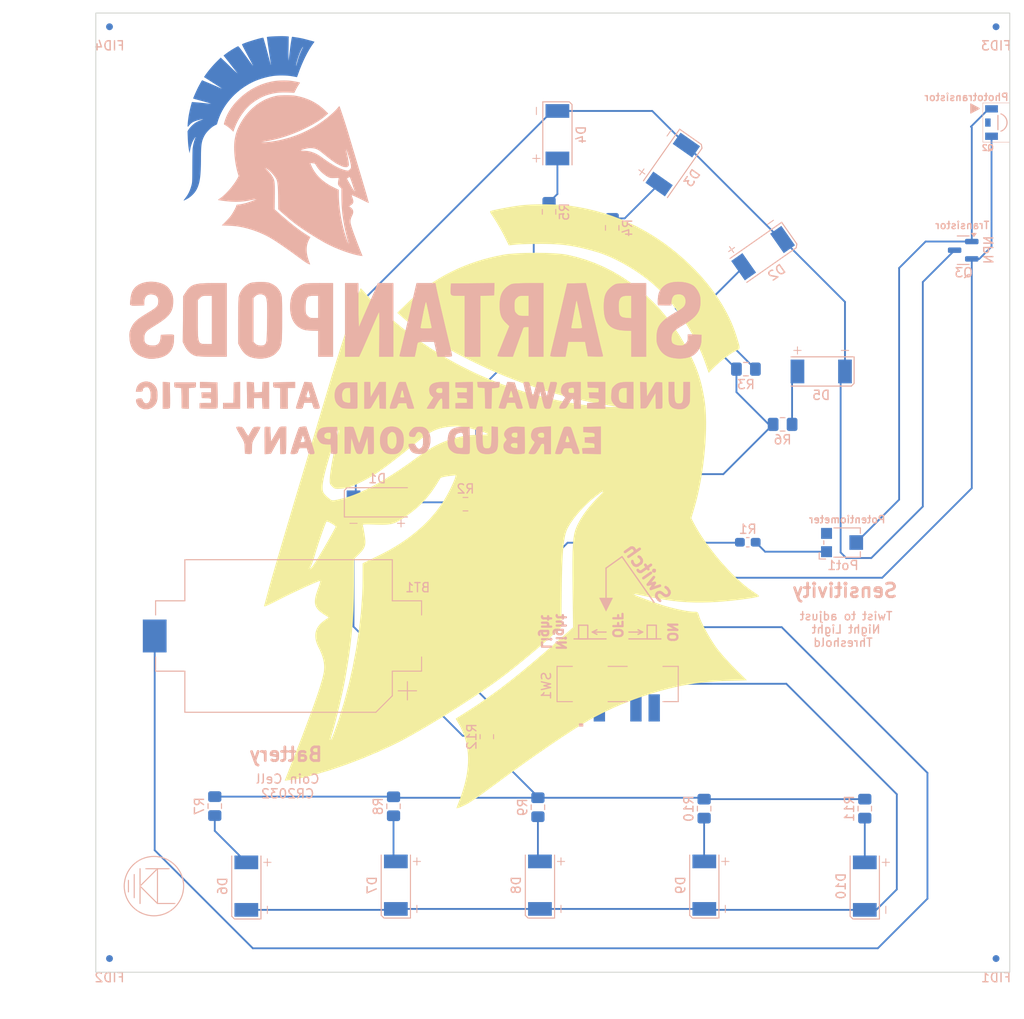
<source format=kicad_pcb>
(kicad_pcb (version 20241229) (generator "pcbnew") (generator_version "9.0")
  (layers (0 "F.Cu" signal) (2 "B.Cu" signal) (13 "F.Paste" user) (15 "B.Paste" user) (5 "F.SilkS" user "F.Silkscreen") (7 "B.SilkS" user "B.Silkscreen") (1 "F.Mask" user) (3 "B.Mask" user) (25 "Edge.Cuts" user))
  (net 0 "")
  (net 1 "Net-(D1-A)")
  (net 2 "Net-(D1-K)")
  (net 4 "Net-(Pot1-Pad1)")
  (net 5 "+3.3V")
  (net 6 "GNDREF")
  (net 7 "Net-(D2-A)")
  (net 8 "Net-(D3-A)")
  (net 9 "Net-(D4-A)")
  (net 10 "Net-(Q2-1)")
  (net 11 "Net-(Q2-2)")
  (net 12 "Net-(D5-A)")
  (net 17 "Net-(D6-A)")
  (net 18 "Net-(D7-A)")
  (net 19 "Net-(D8-A)")
  (net 20 "Net-(D9-A)")
  (net 21 "Net-(D10-A)")
  (net 23 "Net-(R10-Pad1)")
  (footprint "Spartanpods:Combined_LED Text" (layer "F.Cu") (at 99.453609 137.849936)
    (property "Reference" "G2")
    (property "Value" "Logo_Open_Hardware_Small")
    (fp_rect (start 0 -105) (end 100 0) (stroke (width 0.1)) (fill no) (layer "Edge.Cuts"))
  )
  (footprint "Capacitor_SMD:C_0805_2012Metric_Pad1.18x1.45mm_HandSolder" (layer "B.Cu") (at 155.956 56.3665 90)
    (property "Reference" "R4" (at 0 1.68 270) (layer "B.SilkS") (effects (justify mirror)))
    (property "Value" "56Ω")
    (pad "1" smd roundrect (at -1.0375 0 90) (size 1.175 1.45) (layers "B.Cu" "B.Mask" "B.Paste") (roundrect_rratio 0.212766) (net 5 "+3.3V"))
    (pad "2" smd roundrect (at 1.0375 0 90) (size 1.175 1.45) (layers "B.Cu" "B.Mask" "B.Paste") (roundrect_rratio 0.212766) (net 8 "Net-(D3-A)"))
  )
  (footprint "Capacitor_SMD:C_0805_2012Metric_Pad1.18x1.45mm_HandSolder" (layer "B.Cu") (at 139.9032 86.614 180)
    (property "Reference" "R2" (at 0 1.68 0) (layer "B.SilkS") (effects (justify mirror)))
    (property "Value" "56Ω")
    (pad "1" smd roundrect (at -1.0375 0 180) (size 1.175 1.45) (layers "B.Cu" "B.Mask" "B.Paste") (roundrect_rratio 0.212766) (net 5 "+3.3V"))
    (pad "2" smd roundrect (at 1.0375 0 180) (size 1.175 1.45) (layers "B.Cu" "B.Mask" "B.Paste") (roundrect_rratio 0.212766) (net 1 "Net-(D1-A)"))
  )
  (footprint "Fiducial:Fiducial_0.75mm_Mask2.25mm" (layer "B.Cu") (at 197.953609 34.349936)
    (property "Reference" "FID3" (at 0 2.08 180) (layer "B.SilkS") (effects (justify mirror)))
    (property "Value" "Fiducial")
    (pad "" smd circle (at 0 0) (size 0.75 0.75) (layers "B.Cu" "B.Mask") (clearance 0.85))
  )
  (footprint "Potentiometer_SMD:Potentiometer_Bourns_TC33X_Vertical" (layer "B.Cu") (at 181.2068 90.8132)
    (property "Reference" "Pot1" (at 0 2.5 180) (layer "B.SilkS") (effects (justify mirror)))
    (property "Value" "50KΩ")
    (pad "1" smd rect (at -1.8 1) (size 1.2 1.2) (layers "B.Cu" "B.Mask" "B.Paste") (net 4 "Net-(Pot1-Pad1)"))
    (pad "2" smd rect (at 1.45 0) (size 1.5 1.6) (layers "B.Cu" "B.Mask" "B.Paste") (net 10 "Net-(Q2-1)"))
    (pad "3" smd rect (at -1.8 -1) (size 1.2 1.2) (layers "B.Cu" "B.Mask" "B.Paste"))
  )
  (footprint "Spartanpods_FootprintLibrary:Untitled" (layer "B.Cu") (at 169.7736 85.09 180)
    (property "Reference" "REF**" (hide yes))
    (property "Value" "Untitled" (hide yes))
  )
  (footprint "!MyFootprints:DP3T - JS203011SCQN" (layer "B.Cu") (at 152.5524 103.6828 -90)
    (property "Reference" "SW1" (at 2.8 3.8 90) (layer "B.SilkS") (effects (justify mirror)))
    (property "Value" "SW_DP3T" (hide yes))
    (pad "1" smd rect (at 0 0 270) (size 2.9718 1.2446) (layers "B.Cu" "B.Mask" "B.Paste") (net 11 "Net-(Q2-2)"))
    (pad "2" smd rect (at 0 -2.000001 270) (size 2.9718 1.2446) (layers "B.Cu" "B.Mask" "B.Paste") (net 2 "Net-(D1-K)"))
    (pad "3" smd rect (at 0 -6.000001 270) (size 2.9718 1.2446) (layers "B.Cu" "B.Mask" "B.Paste") (net 6 "GNDREF"))
    (pad "4" smd rect (at 0 -7.999999 270) (size 2.9718 1.2446) (layers "B.Cu" "B.Mask" "B.Paste"))
    (pad "5" smd rect (at 5.2324 0 270) (size 2.9718 1.2446) (layers "B.Cu" "B.Mask" "B.Paste"))
    (pad "6" smd rect (at 5.2324 -1.999999 270) (size 2.9718 1.2446) (layers "B.Cu" "B.Mask" "B.Paste"))
    (pad "7" smd rect (at 5.2324 -5.999998 270) (size 2.9718 1.2446) (layers "B.Cu" "B.Mask" "B.Paste"))
    (pad "8" smd rect (at 5.2324 -7.999999 270) (size 2.9718 1.2446) (layers "B.Cu" "B.Mask" "B.Paste"))
  )
  (footprint "Fiducial:Fiducial_0.75mm_Mask2.25mm" (layer "B.Cu") (at 100.953609 136.349936)
    (property "Reference" "FID2" (at 0 2.08 180) (layer "B.SilkS") (effects (justify mirror)))
    (property "Value" "Fiducial")
    (pad "" smd circle (at 0 0) (size 0.75 0.75) (layers "B.Cu" "B.Mask") (clearance 0.85))
  )
  (footprint "Capacitor_SMD:C_0805_2012Metric_Pad1.18x1.45mm_HandSolder" (layer "B.Cu") (at 132.0292 119.6848 -90)
    (property "Reference" "R8" (at 0 1.68 90) (layer "B.SilkS") (effects (justify mirror)))
    (property "Value" "56Ω")
    (pad "1" smd roundrect (at -1.0375 0 270) (size 1.175 1.45) (layers "B.Cu" "B.Mask" "B.Paste") (roundrect_rratio 0.212766) (net 23 "Net-(R10-Pad1)"))
    (pad "2" smd roundrect (at 1.0375 0 270) (size 1.175 1.45) (layers "B.Cu" "B.Mask" "B.Paste") (roundrect_rratio 0.212766) (net 18 "Net-(D7-A)"))
  )
  (footprint "!MyFootprints:PhotoTrans_PT12-21C_TR8 (Flipped)" (layer "B.Cu") (at 197.4596 43.6372 90)
    (property "Reference" "Q2" (at -3.9624 -0.4064 0) (layer "B.SilkS") (effects (font (size 0.64 0.64)) (justify mirror)))
    (property "Value" "Phototransistor")
    (pad "C" smd rect (at 0.3 0 90) (size 0.8 1.4) (layers "B.Cu" "B.Mask" "B.Paste") (net 10 "Net-(Q2-1)"))
    (pad "E" smd rect (at -2.7 0 90) (size 0.8 1.4) (layers "B.Cu" "B.Mask" "B.Paste") (net 11 "Net-(Q2-2)"))
    (pad "P1" smd rect (at -1.2 -0.4 90) (size 0.9 0.6) (layers "B.Cu" "B.Mask" "B.Paste"))
  )
  (footprint "Fiducial:Fiducial_0.75mm_Mask2.25mm" (layer "B.Cu") (at 197.953609 136.349936)
    (property "Reference" "FID1" (at 0 2.08 180) (layer "B.SilkS") (effects (justify mirror)))
    (property "Value" "Fiducial")
    (pad "" smd circle (at 0 0) (size 0.75 0.75) (layers "B.Cu" "B.Mask") (clearance 0.85))
  )
  (footprint "!MyFootprints:LED - MyPLCC2 (RoundMask_LED Side)" (layer "B.Cu") (at 183.5912 128.4224 90)
    (property "Reference" "D10" (at 0 -2.6 90) (layer "B.SilkS") (effects (justify mirror)))
    (property "Value" "YLW")
    (pad "1" smd rect (at -2.6 0 90) (size 1.5 2.6) (layers "B.Cu" "B.Mask" "B.Paste") (net 2 "Net-(D1-K)"))
    (pad "2" smd rect (at 2.6 0 90) (size 1.5 2.6) (layers "B.Cu" "B.Mask" "B.Paste") (net 21 "Net-(D10-A)"))
  )
  (footprint "Capacitor_SMD:C_0805_2012Metric_Pad1.18x1.45mm_HandSolder" (layer "B.Cu") (at 174.5996 77.8764)
    (property "Reference" "R6" (at 0 1.68 180) (layer "B.SilkS") (effects (justify mirror)))
    (property "Value" "56Ω")
    (pad "1" smd roundrect (at -1.0375 0) (size 1.175 1.45) (layers "B.Cu" "B.Mask" "B.Paste") (roundrect_rratio 0.212766) (net 5 "+3.3V"))
    (pad "2" smd roundrect (at 1.0375 0) (size 1.175 1.45) (layers "B.Cu" "B.Mask" "B.Paste") (roundrect_rratio 0.212766) (net 12 "Net-(D5-A)"))
  )
  (footprint "Spartanpods_FootprintLibrary:MiniLogo" (layer "B.Cu") (at 128.4732 63.754 180)
    (property "Reference" "REF**" (hide yes))
    (property "Value" "MiniLogo" (hide yes))
    (fp_poly (pts (xy 8.83205 28.37789) (xy 9.15382 28.371053) (xy 9.479775 28.358606) (xy 9.783799 28.341761) (xy 10.039781 28.321732) (xy 10.221606 28.299733) (xy 10.27655 28.288375) (xy 10.303162 28.276979) (xy 10.244502 27.835856) (xy 10.102455 26.860624) (xy 9.950853 25.85055) (xy 9.863526 25.304902) (xy 9.859695 25.285161) (xy 9.856777 25.267406) (xy 9.854791 25.251977) (xy 9.853756 25.239213) (xy 9.853602 25.233937) (xy 9.853693 25.229454) (xy 9.854032 25.225806) (xy 9.854621 25.223037) (xy 9.855462 25.221188) (xy 9.855979 25.220623) (xy 9.856559 25.220303) (xy 9.857204 25.220234) (xy 9.857913 25.220422) (xy 9.859528 25.221589) (xy 9.862338 25.22758) (xy 9.867312 25.241883) (xy 9.883262 25.293687) (xy 9.935765 25.477868) (xy 10.009238 25.746221) (xy 10.095886 26.070833) (xy 10.301966 26.841886) (xy 10.487847 27.520563) (xy 10.625788 28.007036) (xy 10.668112 28.147) (xy 10.68805 28.201478) (xy 10.700447 28.205949) (xy 10.724082 28.206442) (xy 10.802133 28.196392) (xy 10.916347 28.173125) (xy 11.060863 28.138435) (xy 11.417371 28.041971) (xy 11.824787 27.921365) (xy 12.236245 27.790984) (xy 12.604876 27.665191) (xy 12.883812 27.558353) (xy 12.974998 27.516531) (xy 13.026184 27.484834) (xy 13.027065 27.482509) (xy 13.026818 27.478157) (xy 13.023044 27.463579) (xy 13.015067 27.441521) (xy 13.003096 27.412403) (xy 12.967993 27.334667) (xy 12.919388 27.233735) (xy 12.858932 27.112971) (xy 12.788279 26.975738) (xy 12.709079 26.825398) (xy 12.622986 26.665315) (xy 12.260123 25.992267) (xy 11.997269 25.494115) (xy 11.849428 25.199812) (xy 11.823327 25.13815) (xy 11.823051 25.130275) (xy 11.831604 25.138307) (xy 11.911897 25.246325) (xy 12.090729 25.491247) (xy 12.638153 26.246309) (xy 13.025773 26.778444) (xy 13.161138 26.95949) (xy 13.264282 27.092275) (xy 13.340264 27.183113) (xy 13.36965 27.214775) (xy 13.394141 27.238318) (xy 13.414371 27.254532) (xy 13.430971 27.264206) (xy 13.444574 27.268129) (xy 13.455811 27.267091) (xy 13.505418 27.248362) (xy 13.568059 27.219847) (xy 13.642108 27.182564) (xy 13.725939 27.137527) (xy 13.916449 27.02826) (xy 14.126587 26.900175) (xy 14.343351 26.761399) (xy 14.55374 26.620061) (xy 14.74475 26.48429) (xy 14.828926 26.421032) (xy 14.903382 26.362214) (xy 15.043762 26.247835) (xy 14.718903 25.842958) (xy 14.570694 25.656838) (xy 14.407311 25.449384) (xy 14.248585 25.245907) (xy 14.11435 25.071718) (xy 13.867516 24.749406) (xy 13.666779 24.488893) (xy 13.498902 24.272432) (xy 13.831207 24.577791) (xy 13.973374 24.709917) (xy 14.114807 24.84395) (xy 14.239144 24.964226) (xy 14.330017 25.055086) (xy 14.372159 25.097829) (xy 14.428255 25.153541) (xy 14.572602 25.294462) (xy 14.743635 25.459043) (xy 14.921936 25.62848) (xy 15.347351 26.029939) (xy 15.766449 25.617464) (xy 15.95098 25.430217) (xy 16.138933 25.228912) (xy 16.326467 25.018176) (xy 16.509735 24.802633) (xy 16.684896 24.586908) (xy 16.848105 24.375626) (xy 16.995518 24.173414) (xy 17.123291 23.984895) (xy 17.180084 23.897188) (xy 16.554321 23.498506) (xy 16.009193 23.149497) (xy 15.597248 22.882142) (xy 15.336714 22.7084) (xy 15.268923 22.660371) (xy 15.245819 22.64023) (xy 15.246113 22.639714) (xy 15.246986 22.639472) (xy 15.248422 22.6395) (xy 15.250408 22.63979) (xy 15.25597 22.641134) (xy 15.263558 22.643457) (xy 15.273056 22.646711) (xy 15.284348 22.650849) (xy 15.311856 22.661584) (xy 15.345158 22.675281) (xy 15.383333 22.691556) (xy 15.425458 22.710029) (xy 15.470612 22.730318) (xy 15.956265 22.944357) (xy 16.594605 23.218801) (xy 17.151417 23.453814) (xy 17.326058 23.525336) (xy 17.392487 23.549562) (xy 17.422414 23.503605) (xy 17.465236 23.432283) (xy 17.518111 23.340695) (xy 17.578198 23.233938) (xy 17.642654 23.117111) (xy 17.70864 22.995315) (xy 17.773313 22.873646) (xy 17.833832 22.757203) (xy 17.911722 22.600149) (xy 17.999677 22.414537) (xy 18.179375 22.017648) (xy 18.257912 21.836375) (xy 18.320106 21.686551) (xy 18.359352 21.58318) (xy 18.368307 21.553601) (xy 18.369049 21.541261) (xy 18.351918 21.535624) (xy 18.306353 21.522296) (xy 18.142391 21.476083) (xy 17.902092 21.409648) (xy 17.610382 21.330018) (xy 17.063393 21.177912) (xy 16.668568 21.060644) (xy 16.539361 21.018565) (xy 16.461569 20.989386) (xy 16.443346 20.980071) (xy 16.439648 20.974503) (xy 16.451033 20.972859) (xy 16.478058 20.975313) (xy 16.808706 21.012338) (xy 17.320202 21.064378) (xy 17.840573 21.114427) (xy 18.197846 21.145479) (xy 18.502228 21.167665) (xy 18.553742 20.988313) (xy 18.599318 20.825076) (xy 18.643202 20.658604) (xy 18.685172 20.489874) (xy 18.725006 20.319868) (xy 18.762483 20.149562) (xy 18.797381 19.979936) (xy 18.829477 19.811968) (xy 18.858551 19.646638) (xy 18.889079 19.451544) (xy 18.915878 19.254597) (xy 18.938284 19.063478) (xy 18.955628 18.885869) (xy 18.967244 18.729451) (xy 18.972466 18.601903) (xy 18.970627 18.510907) (xy 18.966851 18.481516) (xy 18.96106 18.464143) (xy 18.959626 18.462252) (xy 18.957932 18.460775) (xy 18.955982 18.459708) (xy 18.953781 18.459047) (xy 18.951335 18.458788) (xy 18.948647 18.458928) (xy 18.945724 18.459461) (xy 18.94257 18.460384) (xy 18.93919 18.461693) (xy 18.935588 18.463384) (xy 18.931771 18.465452) (xy 18.927742 18.467893) (xy 18.923508 18.470704) (xy 18.919071 18.473881) (xy 18.914439 18.477418) (xy 18.909615 18.481313) (xy 18.899412 18.490158) (xy 18.888503 18.500382) (xy 18.876927 18.511953) (xy 18.864723 18.524838) (xy 18.851932 18.539005) (xy 18.838592 18.554421) (xy 18.824743 18.571053) (xy 18.810425 18.588869) (xy 18.774856 18.632818) (xy 18.73969 18.674084) (xy 18.704696 18.712838) (xy 18.669643 18.749249) (xy 18.634297 18.783486) (xy 18.598426 18.81572) (xy 18.5618 18.84612) (xy 18.524185 18.874856) (xy 18.485351 18.902098) (xy 18.445063 18.928016) (xy 18.403092 18.952779) (xy 18.359205 18.976557) (xy 18.313169 18.99952) (xy 18.264752 19.021838) (xy 18.213724 19.043681) (xy 18.159851 19.065217) (xy 18.053039 19.102813) (xy 17.923705 19.142641) (xy 17.782747 19.182035) (xy 17.641064 19.218328) (xy 17.509553 19.248855) (xy 17.399112 19.270949) (xy 17.355199 19.278001) (xy 17.32064 19.281945) (xy 17.296798 19.282448) (xy 17.289321 19.281305) (xy 17.285034 19.279176) (xy 17.284616 19.278451) (xy 17.284666 19.277589) (xy 17.285171 19.276594) (xy 17.286123 19.275471) (xy 17.287509 19.274224) (xy 17.289319 19.272857) (xy 17.294169 19.26978) (xy 17.300586 19.266276) (xy 17.308485 19.262377) (xy 17.317778 19.25812) (xy 17.328381 19.253538) (xy 17.340206 19.248664) (xy 17.353168 19.243535) (xy 17.36718 19.238183) (xy 17.382156 19.232643) (xy 17.398011 19.22695) (xy 17.414657 19.221137) (xy 17.449982 19.209291) (xy 17.564575 19.16961) (xy 17.675538 19.126703) (xy 17.78236 19.080826) (xy 17.884529 19.032236) (xy 17.981534 18.981188) (xy 18.02794 18.954822) (xy 18.072864 18.927938) (xy 18.11624 18.900568) (xy 18.158006 18.872743) (xy 18.198098 18.844496) (xy 18.23645 18.815858) (xy 18.282484 18.779386) (xy 18.329548 18.740091) (xy 18.377284 18.698359) (xy 18.425332 18.654575) (xy 18.473333 18.609124) (xy 18.520927 18.562391) (xy 18.567756 18.514761) (xy 18.613461 18.466619) (xy 18.657681 18.41835) (xy 18.700059 18.370339) (xy 18.740235 18.322971) (xy 18.777849 18.276631) (xy 18.812543 18.231705) (xy 18.843956 18.188576) (xy 18.871731 18.147631) (xy 18.895508 18.109254) (xy 18.983307 17.959352) (xy 18.960419 17.352632) (xy 18.950056 17.105531) (xy 18.93837 16.88349) (xy 18.924973 16.682389) (xy 18.909477 16.498105) (xy 18.891496 16.326517) (xy 18.87064 16.163504) (xy 18.846523 16.004942) (xy 18.818756 15.846712) (xy 18.762848 15.546968) (xy 18.734558 15.713502) (xy 18.692582 15.94441) (xy 18.648959 16.150455) (xy 18.6261 16.24545) (xy 18.602314 16.335783) (xy 18.577427 16.421974) (xy 18.55127 16.504541) (xy 18.523669 16.584001) (xy 18.494452 16.660873) (xy 18.463449 16.735675) (xy 18.430486 16.808925) (xy 18.395392 16.881142) (xy 18.357995 16.952843) (xy 18.318123 17.024547) (xy 18.275604 17.096773) (xy 18.214747 17.195667) (xy 18.189372 17.235357) (xy 18.167358 17.268548) (xy 18.148697 17.295244) (xy 18.133381 17.31545) (xy 18.121404 17.32917) (xy 18.116666 17.333599) (xy 18.112759 17.336408) (xy 18.109683 17.337598) (xy 18.107437 17.337168) (xy 18.106021 17.33512) (xy 18.105433 17.331455) (xy 18.105672 17.326172) (xy 18.106738 17.319272) (xy 18.111346 17.300625) (xy 18.119249 17.275517) (xy 18.130441 17.243952) (xy 18.144913 17.205935) (xy 18.162659 17.16147) (xy 18.185082 17.103643) (xy 18.207335 17.041104) (xy 18.250815 16.904177) (xy 18.292061 16.755258) (xy 18.330036 16.598916) (xy 18.363704 16.439723) (xy 18.392029 16.282246) (xy 18.413972 16.131057) (xy 18.422227 16.059248) (xy 18.428498 15.990724) (xy 18.433483 15.895053) (xy 18.438313 15.741412) (xy 18.447033 15.292089) (xy 18.45371 14.706495) (xy 18.457398 14.048372) (xy 18.461745 13.188016) (xy 18.471115 12.660707) (xy 18.478775 12.488985) (xy 18.489001 12.360974) (xy 18.502227 12.26349) (xy 18.518891 12.18335) (xy 18.548794 12.065233) (xy 18.579657 11.952026) (xy 18.611647 11.84336) (xy 18.644932 11.738868) (xy 18.679681 11.638181) (xy 18.716061 11.54093) (xy 18.754241 11.446747) (xy 18.794388 11.355263) (xy 18.836671 11.266111) (xy 18.881258 11.178921) (xy 18.928317 11.093325) (xy 18.978016 11.008954) (xy 19.030523 10.925441) (xy 19.086006 10.842417) (xy 19.144634 10.759513) (xy 19.206574 10.676361) (xy 19.253302 10.614518) (xy 19.295913 10.556899) (xy 19.333544 10.504761) (xy 19.365334 10.459359) (xy 19.39042 10.421947) (xy 19.407941 10.393781) (xy 19.413595 10.383558) (xy 19.417035 10.376117) (xy 19.418152 10.371615) (xy 19.417807 10.370515) (xy 19.41684 10.370209) (xy 19.41338 10.370801) (xy 19.408208 10.372204) (xy 19.393142 10.377273) (xy 19.372473 10.385071) (xy 19.347031 10.395253) (xy 19.317646 10.407472) (xy 19.28515 10.421386) (xy 19.250372 10.436647) (xy 19.214142 10.452912) (xy 19.213806 10.452668) (xy 19.123691 10.496095) (xy 19.033986 10.544231) (xy 18.945031 10.59677) (xy 18.857166 10.653405) (xy 18.770731 10.713827) (xy 18.686063 10.77773) (xy 18.603504 10.844807) (xy 18.523392 10.91475) (xy 18.446066 10.987252) (xy 18.371867 11.062006) (xy 18.301133 11.138705) (xy 18.234204 11.217041) (xy 18.171418 11.296708) (xy 18.113117 11.377398) (xy 18.059638 11.458804) (xy 18.011322 11.540619) (xy 17.943018 11.670741) (xy 17.880598 11.805949) (xy 17.823857 11.947667) (xy 17.77259 12.097319) (xy 17.726593 12.256331) (xy 17.68566 12.426126) (xy 17.649588 12.60813) (xy 17.618172 12.803765) (xy 17.591207 13.014458) (xy 17.568488 13.241632) (xy 17.549811 13.486711) (xy 17.53497 13.751121) (xy 17.523763 14.036285) (xy 17.515983 14.343628) (xy 17.511426 14.674575) (xy 17.509888 15.030549) (xy 17.506157 15.53463) (xy 17.493612 15.954904) (xy 17.48329 16.138142) (xy 17.469875 16.305865) (xy 17.453067 16.459884) (xy 17.432572 16.60201) (xy 17.40809 16.734056) (xy 17.379327 16.857833) (xy 17.345984 16.975154) (xy 17.307765 17.08783) (xy 17.264373 17.197672) (xy 17.215511 17.306494) (xy 17.160882 17.416106) (xy 17.100189 17.528322) (xy 17.058105 17.598831) (xy 17.009478 17.671913) (xy 16.954998 17.746888) (xy 16.895355 17.823078) (xy 16.83124 17.899801) (xy 16.76334 17.976379) (xy 16.692347 18.052133) (xy 16.61895 18.126382) (xy 16.543838 18.198448) (xy 16.467702 18.267651) (xy 16.39123 18.33331) (xy 16.315113 18.394748) (xy 16.240041 18.451284) (xy 16.166702 18.502239) (xy 16.095787 18.546933) (xy 16.027985 18.584688) (xy 15.761566 18.722169) (xy 15.697174 18.949495) (xy 15.591602 19.28367) (xy 15.465977 19.612943) (xy 15.320947 19.936558) (xy 15.157161 20.253762) (xy 14.975267 20.563802) (xy 14.775914 20.865925) (xy 14.55975 21.159376) (xy 14.327423 21.443403) (xy 14.079583 21.717251) (xy 13.816877 21.980167) (xy 13.539954 22.231397) (xy 13.249463 22.470188) (xy 12.946052 22.695787) (xy 12.630369 22.907439) (xy 12.303063 23.104391) (xy 11.964783 23.28589) (xy 11.835359 23.349443) (xy 11.703134 23.410796) (xy 11.568272 23.469897) (xy 11.430939 23.526694) (xy 11.291301 23.581136) (xy 11.149522 23.63317) (xy 10.860203 23.72981) (xy 10.564305 23.816201) (xy 10.263151 23.891928) (xy 9.958062 23.956578) (xy 9.65036 24.009736) (xy 9.539331 24.024899) (xy 9.419864 24.037803) (xy 9.160673 24.056885) (xy 8.882893 24.067085) (xy 8.59663 24.068506) (xy 8.311991 24.061249) (xy 8.039082 24.045416) (xy 7.788009 24.021111) (xy 7.673819 24.005813) (xy 7.568878 23.988435) (xy 7.083222 23.899049) (xy 7.035866 23.89068) (xy 7.002014 23.884553) (xy 6.994036 23.904977) (xy 6.983565 23.932453) (xy 6.968331 23.973169) (xy 6.948001 24.028421) (xy 6.922243 24.099508) (xy 6.890727 24.187726) (xy 6.853119 24.294374) (xy 6.681282 24.761443) (xy 6.49703 25.219248) (xy 6.302486 25.663499) (xy 6.099774 26.089906) (xy 5.891018 26.49418) (xy 5.678342 26.872033) (xy 5.46387 27.219173) (xy 5.459575 27.225609) (xy 6.338717 27.225609) (xy 6.338976 27.222699) (xy 6.340878 27.214252) (xy 6.344577 27.202425) (xy 6.350012 27.187367) (xy 6.357125 27.169225) (xy 6.365854 27.148149) (xy 6.376141 27.124285) (xy 6.387925 27.097783) (xy 6.401148 27.06879) (xy 6.431668 27.003926) (xy 6.467224 26.930879) (xy 6.543383 26.770078) (xy 6.617775 26.599794) (xy 6.69002 26.421081) (xy 6.759739 26.234994) (xy 6.826553 26.042587) (xy 6.890082 25.844915) (xy 6.949947 25.643031) (xy 7.005768 25.43799) (xy 7.025126 25.365507) (xy 7.043611 25.300022) (xy 7.060788 25.242814) (xy 7.076222 25.195165) (xy 7.089476 25.158355) (xy 7.100117 25.133664) (xy 7.104322 25.126264) (xy 7.107709 25.122374) (xy 7.10908 25.121795) (xy 7.110226 25.122154) (xy 7.111817 25.125764) (xy 7.112486 25.133026) (xy 7.112265 25.143509) (xy 7.111193 25.157013) (xy 7.109308 25.173337) (xy 7.103251 25.213648) (xy 7.094403 25.262842) (xy 7.083069 25.319316) (xy 7.069558 25.381471) (xy 7.054176 25.447706) (xy 7.037232 25.51642) (xy 7.037232 25.516389) (xy 6.965738 25.778281) (xy 6.884941 26.039084) (xy 6.797444 26.292347) (xy 6.705849 26.531618) (xy 6.612757 26.750443) (xy 6.520771 26.942372) (xy 6.476006 27.026233) (xy 6.432493 27.100951) (xy 6.390558 27.165718) (xy 6.350525 27.219728) (xy 6.347327 27.22351) (xy 6.344645 27.226281) (xy 6.342471 27.228059) (xy 6.3408 27.228862) (xy 6.339622 27.228709) (xy 6.33893 27.227618) (xy 6.338717 27.225609) (xy 5.459575 27.225609) (xy 5.356624 27.379886) (xy 5.249726 27.531312) (xy 5.216586 27.577343) (xy 5.186074 27.620605) (xy 5.15883 27.660127) (xy 5.135494 27.69494) (xy 5.116706 27.724074) (xy 5.103105 27.746559) (xy 5.095332 27.761424) (xy 5.09383 27.765697) (xy 5.09371 27.76699) (xy 5.094025 27.767701) (xy 5.14485 27.785081) (xy 5.267446 27.820712) (xy 5.647694 27.925138) (xy 6.07425 28.037798) (xy 6.386597 28.11551) (xy 6.52411 28.144771) (xy 6.689255 28.176858) (xy 6.861266 28.207881) (xy 7.019379 28.233949) (xy 7.458801 28.302247) (xy 7.470445 28.303879) (xy 7.481311 28.304981) (xy 7.491424 28.305543) (xy 7.500806 28.305555) (xy 7.50948 28.305008) (xy 7.51747 28.303893) (xy 7.524798 28.302199) (xy 7.528221 28.301132) (xy 7.531487 28.299917) (xy 7.534599 28.298552) (xy 7.53756 28.297037) (xy 7.540373 28.29537) (xy 7.54304 28.29355) (xy 7.545565 28.291576) (xy 7.547951 28.289447) (xy 7.550199 28.28716) (xy 7.552314 28.284716) (xy 7.554298 28.282114) (xy 7.556154 28.27935) (xy 7.559492 28.273339) (xy 7.562353 28.266672) (xy 7.564759 28.25934) (xy 7.589754 28.149134) (xy 7.621721 27.973437) (xy 7.659029 27.743463) (xy 7.700047 27.470426) (xy 7.786687 26.840013) (xy 7.829047 26.505065) (xy 7.868592 26.171907) (xy 7.890086 25.990508) (xy 7.909237 25.840406) (xy 7.923965 25.737196) (xy 7.929021 25.708049) (xy 7.93219 25.696474) (xy 7.933212 25.702264) (xy 7.934027 25.721436) (xy 7.935053 25.79722) (xy 7.934815 26.079564) (xy 7.931761 26.500136) (xy 7.926178 27.015565) (xy 7.909485 28.344972) (xy 8.305512 28.369874) (xy 8.540576 28.377902)) (fill yes) (layer "B.Cu"))
  )
  (footprint "Capacitor_SMD:C_0805_2012Metric_Pad1.18x1.45mm_HandSolder" (layer "B.Cu") (at 147.828 119.7864 -90)
    (property "Reference" "R9" (at 0 1.68 90) (layer "B.SilkS") (effects (justify mirror)))
    (property "Value" "56Ω")
    (pad "1" smd roundrect (at -1.0375 0 270) (size 1.175 1.45) (layers "B.Cu" "B.Mask" "B.Paste") (roundrect_rratio 0.212766) (net 23 "Net-(R10-Pad1)"))
    (pad "2" smd roundrect (at 1.0375 0 270) (size 1.175 1.45) (layers "B.Cu" "B.Mask" "B.Paste") (roundrect_rratio 0.212766) (net 19 "Net-(D8-A)"))
  )
  (footprint "!MyFootprints:LED - MyPLCC2 (RoundMask_LED Side)" (layer "B.Cu") (at 115.9256 128.4224 90)
    (property "Reference" "D6" (at 0 -2.6 90) (layer "B.SilkS") (effects (justify mirror)))
    (property "Value" "YLW")
    (pad "1" smd rect (at -2.6 0 90) (size 1.5 2.6) (layers "B.Cu" "B.Mask" "B.Paste") (net 2 "Net-(D1-K)"))
    (pad "2" smd rect (at 2.6 0 90) (size 1.5 2.6) (layers "B.Cu" "B.Mask" "B.Paste") (net 17 "Net-(D6-A)"))
  )
  (footprint "Capacitor_SMD:C_0805_2012Metric_Pad1.18x1.45mm_HandSolder" (layer "B.Cu") (at 170.5864 71.8312)
    (property "Reference" "R3" (at 0 1.68 180) (layer "B.SilkS") (effects (justify mirror)))
    (property "Value" "56Ω")
    (pad "1" smd roundrect (at -1.0375 0) (size 1.175 1.45) (layers "B.Cu" "B.Mask" "B.Paste") (roundrect_rratio 0.212766) (net 5 "+3.3V"))
    (pad "2" smd roundrect (at 1.0375 0) (size 1.175 1.45) (layers "B.Cu" "B.Mask" "B.Paste") (roundrect_rratio 0.212766) (net 7 "Net-(D2-A)"))
  )
  (footprint "Capacitor_SMD:C_0805_2012Metric_Pad1.18x1.45mm_HandSolder" (layer "B.Cu") (at 112.4712 119.6633 -90)
    (property "Reference" "R7" (at 0 1.68 90) (layer "B.SilkS") (effects (justify mirror)))
    (property "Value" "56Ω")
    (pad "1" smd roundrect (at -1.0375 0 270) (size 1.175 1.45) (layers "B.Cu" "B.Mask" "B.Paste") (roundrect_rratio 0.212766) (net 23 "Net-(R10-Pad1)"))
    (pad "2" smd roundrect (at 1.0375 0 270) (size 1.175 1.45) (layers "B.Cu" "B.Mask" "B.Paste") (roundrect_rratio 0.212766) (net 17 "Net-(D6-A)"))
  )
  (footprint "!MyFootprints:CR2032-Holder" (layer "B.Cu") (at 120.5484 101.0412 180)
    (property "Reference" "BT1" (at -14.125 5.3 0) (layer "B.SilkS") (effects (justify mirror)))
    (property "Value" "CR2032")
    (pad "1" smd rect (at -14.65 0) (size 2.6 3.6) (layers "B.Cu" "B.Mask" "B.Paste") (net 5 "+3.3V"))
    (pad "2" smd rect (at 14.65 0) (size 2.6 3.6) (layers "B.Cu" "B.Mask" "B.Paste") (net 6 "GNDREF"))
  )
  (footprint "Capacitor_SMD:C_0805_2012Metric_Pad1.18x1.45mm_HandSolder" (layer "B.Cu") (at 149.0472 54.61 90)
    (property "Reference" "R5" (at 0 1.68 270) (layer "B.SilkS") (effects (justify mirror)))
    (property "Value" "56Ω")
    (pad "1" smd roundrect (at -1.0375 0 90) (size 1.175 1.45) (layers "B.Cu" "B.Mask" "B.Paste") (roundrect_rratio 0.212766) (net 5 "+3.3V"))
    (pad "2" smd roundrect (at 1.0375 0 90) (size 1.175 1.45) (layers "B.Cu" "B.Mask" "B.Paste") (roundrect_rratio 0.212766) (net 9 "Net-(D4-A)"))
  )
  (footprint "!MyFootprints:LED - MyPLCC2 (RoundMask_LED Side)" (layer "B.Cu") (at 172.466 59.1312 -145)
    (property "Reference" "D2" (at 0 -2.6 35) (layer "B.SilkS") (effects (justify mirror)))
    (property "Value" "RED")
    (pad "1" smd rect (at -2.6 0 215) (size 1.5 2.6) (layers "B.Cu" "B.Mask" "B.Paste") (net 2 "Net-(D1-K)"))
    (pad "2" smd rect (at 2.6 0 215) (size 1.5 2.6) (layers "B.Cu" "B.Mask" "B.Paste") (net 7 "Net-(D2-A)"))
  )
  (footprint "!MyFootprints:LED - MyPLCC2 (RoundMask_LED Side)" (layer "B.Cu") (at 178.8252 72.0852 180)
    (property "Reference" "D5" (at 0 -2.6 0) (layer "B.SilkS") (effects (justify mirror)))
    (property "Value" "RED")
    (pad "1" smd rect (at -2.6 0 180) (size 1.5 2.6) (layers "B.Cu" "B.Mask" "B.Paste") (net 2 "Net-(D1-K)"))
    (pad "2" smd rect (at 2.6 0 180) (size 1.5 2.6) (layers "B.Cu" "B.Mask" "B.Paste") (net 12 "Net-(D5-A)"))
  )
  (footprint "Package_TO_SOT_SMD:SOT-23" (layer "B.Cu") (at 194.3608 58.8123 180)
    (property "Reference" "Q3" (at -0.0508 -2.4525 0) (layer "B.SilkS") (effects (justify mirror)))
    (property "Value" "BC847")
    (pad "1" smd roundrect (at -0.9375 0.95 180) (size 1.475 0.6) (layers "B.Cu" "B.Mask" "B.Paste") (net 10 "Net-(Q2-1)"))
    (pad "2" smd roundrect (at -0.9375 -0.95 180) (size 1.475 0.6) (layers "B.Cu" "B.Mask" "B.Paste") (net 11 "Net-(Q2-2)"))
    (pad "3" smd roundrect (at 0.9375 0 180) (size 1.475 0.6) (layers "B.Cu" "B.Mask" "B.Paste") (net 2 "Net-(D1-K)"))
  )
  (footprint "!MyFootprints:LED - MyPLCC2 (RoundMask_LED Side)" (layer "B.Cu") (at 162.578099 49.432204 -125)
    (property "Reference" "D3" (at 0 -2.6 55) (layer "B.SilkS") (effects (justify mirror)))
    (property "Value" "RED")
    (pad "1" smd rect (at -2.6 0 235) (size 1.5 2.6) (layers "B.Cu" "B.Mask" "B.Paste") (net 2 "Net-(D1-K)"))
    (pad "2" smd rect (at 2.6 0 235) (size 1.5 2.6) (layers "B.Cu" "B.Mask" "B.Paste") (net 8 "Net-(D3-A)"))
  )
  (footprint "Resistor_SMD:R_0805_2012Metric_Pad1.20x1.40mm_HandSolder" (layer "B.Cu") (at 142.24 112.0648 -90)
    (property "Reference" "R12" (at 0 1.65 90) (layer "B.SilkS") (effects (justify mirror)))
    (property "Value" "0 Ohm jumper")
    (pad "1" smd roundrect (at -1 0 270) (size 1.2 1.4) (layers "B.Cu" "B.Mask" "B.Paste") (roundrect_rratio 0.208333) (net 5 "+3.3V"))
    (pad "2" smd roundrect (at 1 0 270) (size 1.2 1.4) (layers "B.Cu" "B.Mask" "B.Paste") (roundrect_rratio 0.208333) (net 23 "Net-(R10-Pad1)"))
  )
  (footprint "!MyFootprints:LED - MyPLCC2 (RoundMask_LED Side)" (layer "B.Cu") (at 149.9616 46.168 -90)
    (property "Reference" "D4" (at 0 -2.6 90) (layer "B.SilkS") (effects (justify mirror)))
    (property "Value" "RED")
    (pad "1" smd rect (at -2.6 0 270) (size 1.5 2.6) (layers "B.Cu" "B.Mask" "B.Paste") (net 2 "Net-(D1-K)"))
    (pad "2" smd rect (at 2.6 0 270) (size 1.5 2.6) (layers "B.Cu" "B.Mask" "B.Paste") (net 9 "Net-(D4-A)"))
  )
  (footprint "!MyFootprints:LED - MyPLCC2 (RoundMask_LED Side)" (layer "B.Cu") (at 130.2512 86.4108)
    (property "Reference" "D1" (at 0 -2.6 180) (layer "B.SilkS") (effects (justify mirror)))
    (property "Value" "GRN")
    (pad "1" smd rect (at -2.6 0) (size 1.5 2.6) (layers "B.Cu" "B.Mask" "B.Paste") (net 2 "Net-(D1-K)"))
    (pad "2" smd rect (at 2.6 0) (size 1.5 2.6) (layers "B.Cu" "B.Mask" "B.Paste") (net 1 "Net-(D1-A)"))
  )
  (footprint "Fiducial:Fiducial_0.75mm_Mask2.25mm" (layer "B.Cu") (at 100.953609 34.349936)
    (property "Reference" "FID4" (at 0 2.08 180) (layer "B.SilkS") (effects (justify mirror)))
    (property "Value" "Fiducial")
    (pad "" smd circle (at 0 0) (size 0.75 0.75) (layers "B.Cu" "B.Mask") (clearance 0.85))
  )
  (footprint "!MyFootprints:LED - MyPLCC2 (RoundMask_LED Side)" (layer "B.Cu") (at 148.0509 128.3208 90)
    (property "Reference" "D8" (at 0 -2.6 90) (layer "B.SilkS") (effects (justify mirror)))
    (property "Value" "YLW")
    (pad "1" smd rect (at -2.6 0 90) (size 1.5 2.6) (layers "B.Cu" "B.Mask" "B.Paste") (net 2 "Net-(D1-K)"))
    (pad "2" smd rect (at 2.6 0 90) (size 1.5 2.6) (layers "B.Cu" "B.Mask" "B.Paste") (net 19 "Net-(D8-A)"))
  )
  (footprint "!MyFootprints:LED - MyPLCC2 (RoundMask_LED Side)" (layer "B.Cu") (at 166.0341 128.3208 90)
    (property "Reference" "D9" (at 0 -2.6 90) (layer "B.SilkS") (effects (justify mirror)))
    (property "Value" "YLW")
    (pad "1" smd rect (at -2.6 0 90) (size 1.5 2.6) (layers "B.Cu" "B.Mask" "B.Paste") (net 2 "Net-(D1-K)"))
    (pad "2" smd rect (at 2.6 0 90) (size 1.5 2.6) (layers "B.Cu" "B.Mask" "B.Paste") (net 20 "Net-(D9-A)"))
  )
  (footprint "!MyFootprints:JD3_Diode" (layer "B.Cu") (at 105.5664 128.4224 180)
    (property "Reference" "G1" (hide yes))
    (property "Value" "JD3_Diode" (hide yes))
  )
  (footprint "Capacitor_SMD:C_0805_2012Metric_Pad1.18x1.45mm_HandSolder" (layer "B.Cu") (at 183.5912 119.9388 -90)
    (property "Reference" "R11" (at 0 1.68 90) (layer "B.SilkS") (effects (justify mirror)))
    (property "Value" "56Ω")
    (pad "1" smd roundrect (at -1.0375 0 270) (size 1.175 1.45) (layers "B.Cu" "B.Mask" "B.Paste") (roundrect_rratio 0.212766) (net 23 "Net-(R10-Pad1)"))
    (pad "2" smd roundrect (at 1.0375 0 270) (size 1.175 1.45) (layers "B.Cu" "B.Mask" "B.Paste") (roundrect_rratio 0.212766) (net 21 "Net-(D10-A)"))
  )
  (footprint "Capacitor_SMD:C_0805_2012Metric_Pad1.18x1.45mm_HandSolder" (layer "B.Cu") (at 166.0144 119.9388 -90)
    (property "Reference" "R10" (at 0 1.68 90) (layer "B.SilkS") (effects (justify mirror)))
    (property "Value" "56Ω")
    (pad "1" smd roundrect (at -1.0375 0 270) (size 1.175 1.45) (layers "B.Cu" "B.Mask" "B.Paste") (roundrect_rratio 0.212766) (net 23 "Net-(R10-Pad1)"))
    (pad "2" smd roundrect (at 1.0375 0 270) (size 1.175 1.45) (layers "B.Cu" "B.Mask" "B.Paste") (roundrect_rratio 0.212766) (net 20 "Net-(D9-A)"))
  )
  (footprint "Capacitor_SMD:C_0603_1608Metric_Pad1.08x0.95mm_HandSolder" (layer "B.Cu") (at 170.7896 90.7796 180)
    (property "Reference" "R1" (at 0 1.43 0) (layer "B.SilkS") (effects (justify mirror)))
    (property "Value" "10KΩ")
    (pad "1" smd roundrect (at -0.8625 0 180) (size 1.075 0.95) (layers "B.Cu" "B.Mask" "B.Paste") (net 4 "Net-(Pot1-Pad1)"))
    (pad "2" smd roundrect (at 0.8625 0 180) (size 1.075 0.95) (layers "B.Cu" "B.Mask" "B.Paste") (net 5 "+3.3V"))
  )
  (footprint "!MyFootprints:LED - MyPLCC2 (RoundMask_LED Side)" (layer "B.Cu") (at 132.2832 128.3208 90)
    (property "Reference" "D7" (at 0 -2.6 90) (layer "B.SilkS") (effects (justify mirror)))
    (property "Value" "YLW")
    (pad "1" smd rect (at -2.6 0 90) (size 1.5 2.6) (layers "B.Cu" "B.Mask" "B.Paste") (net 2 "Net-(D1-K)"))
    (pad "2" smd rect (at 2.6 0 90) (size 1.5 2.6) (layers "B.Cu" "B.Mask" "B.Paste") (net 18 "Net-(D7-A)"))
  )
  (gr_line (start 155.2824 93.6113) (end 155.2824 96.8613) (stroke (width 0.15)) (layer "B.SilkS"))
  (gr_line (start 157.7824 101.3613) (end 161.2824 101.3613) (stroke (width 0.15)) (layer "B.SilkS"))
  (gr_line (start 159.2824 100.6113) (end 158.7824 100.8613) (stroke (width 0.15)) (layer "B.SilkS"))
  (gr_line (start 153.7824 100.6113) (end 155.2824 100.6113) (stroke (width 0.15)) (layer "B.SilkS"))
  (gr_rect (start 159.7824 99.8613) (end 160.7824 101.3613) (stroke (width 0.15)) (fill no) (layer "B.SilkS"))
  (gr_line (start 160.5324 97.3613) (end 157.0324 92.3613) (stroke (width 0.15)) (layer "B.SilkS"))
  (gr_poly (pts (xy 155.2824 98.3613) (xy 154.5324 96.8613) (xy 156.0324 96.8613)) (stroke (width 0.01)) (fill yes) (layer "B.SilkS"))
  (gr_line (start 159.2824 100.6113) (end 158.7824 100.3613) (stroke (width 0.15)) (layer "B.SilkS"))
  (gr_line (start 157.7824 100.6113) (end 159.2824 100.6113) (stroke (width 0.15)) (layer "B.SilkS"))
  (gr_line (start 153.7824 100.6113) (end 154.2824 100.8613) (stroke (width 0.15)) (layer "B.SilkS"))
  (gr_rect (start 152.2824 99.8613) (end 153.2824 101.3613) (stroke (width 0.15)) (fill no) (layer "B.SilkS"))
  (gr_line (start 157.0324 92.3613) (end 155.2824 93.6113) (stroke (width 0.15)) (layer "B.SilkS"))
  (gr_line (start 153.7824 100.6113) (end 154.2824 100.3613) (stroke (width 0.15)) (layer "B.SilkS"))
  (gr_line (start 151.7824 101.3613) (end 155.2824 101.3613) (stroke (width 0.15)) (layer "B.SilkS"))
  (gr_text "Night\nLight" (at 149.5324 100.6113 270) (layer "B.SilkS") (effects (font (size 1 1) (thickness 0.25) (bold yes)) (justify mirror)))
  (gr_text "Sensitivity" (at 181.4068 96.0628 0) (layer "B.SilkS") (effects (font (size 1.5 1.5) (thickness 0.3)) (justify mirror)))
  (gr_text "Twist to adjust \nNight Light \nThreshold" (at 181.2068 100.3128 0) (layer "B.SilkS") (effects (font (size 0.9 0.9)) (justify mirror)))
  (gr_text "ON" (at 162.5324 100.6113 270) (layer "B.SilkS") (effects (font (size 1 1) (thickness 0.25) (bold yes)) (justify mirror)))
  (gr_text "Battery" (at 120.2468 114.0004 0) (layer "B.SilkS") (effects (font (size 1.5 1.5) (thickness 0.3)) (justify mirror)))
  (gr_text "Transistor" (at 194.2592 56.0832 0) (layer "B.SilkS") (effects (font (size 0.8 0.8)) (justify mirror)))
  (gr_text "Potentiometer" (at 181.6608 88.2904 0) (layer "B.SilkS") (effects (font (size 0.8 0.8)) (justify mirror)))
  (gr_text "Phototransistor" (at 194.7164 42.0624 0) (layer "B.SilkS") (effects (font (size 0.8 0.8)) (justify mirror)))
  (gr_text "OFF" (at 156.5324 99.8613 270) (layer "B.SilkS") (effects (font (size 1 1) (thickness 0.25) (bold yes)) (justify mirror)))
  (gr_text "NPN" (at 197.1548 58.7756 90) (layer "B.SilkS") (effects (font (size 1 1)) (justify mirror)))
  (gr_text "Switch" (at 159.7824 94.1113 305) (layer "B.SilkS") (effects (font (size 1.5 1.5) (thickness 0.3)) (justify mirror)))
  (gr_text "Coin Cell\nCR2032" (at 120.4468 117.5004 0) (layer "B.SilkS") (effects (font (size 1 1)) (justify mirror)))
  (segment (start 138.6625 86.4108) (end 132.8512 86.4108) (width 0.2) (layer "B.Cu") (net 1))
  (segment (start 138.8657 86.614) (end 138.6625 86.4108) (width 0.2) (layer "B.Cu") (net 1))
  (segment (start 174.406891 57.639901) (end 174.595796 57.639901) (width 0.2) (layer "B.Cu") (net 2))
  (segment (start 154.552401 103.6828) (end 154.552401 104.629199) (width 0.2) (layer "B.Cu") (net 2))
  (segment (start 183.5912 131.0224) (end 184.852 131.0224) (width 0.2) (layer "B.Cu") (net 2))
  (segment (start 184.3024 92.5068) (end 181.5592 92.5068) (width 0.2) (layer "B.Cu") (net 2))
  (segment (start 127.896 65.0836) (end 127.896 86.166) (width 0.2) (layer "B.Cu") (net 2))
  (segment (start 189.9412 62.2944) (end 189.9412 86.868) (width 0.2) (layer "B.Cu") (net 2))
  (segment (start 127.896 86.166) (end 127.6512 86.4108) (width 0.2) (layer "B.Cu") (net 2))
  (segment (start 180.9496 91.8972) (end 180.9496 72.5608) (width 0.2) (layer "B.Cu") (net 2))
  (segment (start 193.4233 58.8123) (end 189.9412 62.2944) (width 0.2) (layer "B.Cu") (net 2))
  (segment (start 183.5912 131.0224) (end 166.1357 131.0224) (width 0.2) (layer "B.Cu") (net 2))
  (segment (start 181.5592 92.5068) (end 180.9496 91.8972) (width 0.2) (layer "B.Cu") (net 2))
  (segment (start 160.33499 43.568) (end 164.069398 47.302408) (width 0.2) (layer "B.Cu") (net 2))
  (segment (start 149.9616 43.568) (end 149.4116 43.568) (width 0.2) (layer "B.Cu") (net 2))
  (segment (start 175.006 106.2736) (end 157.143201 106.2736) (width 0.2) (layer "B.Cu") (net 2))
  (segment (start 154.552401 104.629199) (end 152.908 106.2736) (width 0.2) (layer "B.Cu") (net 2))
  (segment (start 164.069398 47.302408) (end 174.406891 57.639901) (width 0.2) (layer "B.Cu") (net 2))
  (segment (start 187.0964 118.364) (end 175.006 106.2736) (width 0.2) (layer "B.Cu") (net 2))
  (segment (start 115.9256 131.0224) (end 132.1816 131.0224) (width 0.2) (layer "B.Cu") (net 2))
  (segment (start 150.8252 106.2736) (end 145.133 111.9658) (width 0.2) (layer "B.Cu") (net 2))
  (segment (start 127.6512 100.016) (end 127.6512 86.4108) (width 0.2) (layer "B.Cu") (net 2))
  (segment (start 189.9412 86.868) (end 184.3024 92.5068) (width 0.2) (layer "B.Cu") (net 2))
  (segment (start 139.601 111.9658) (end 127.6512 100.016) (width 0.2) (layer "B.Cu") (net 2))
  (segment (start 181.4252 64.469305) (end 174.595796 57.639901) (width 0.2) (layer "B.Cu") (net 2))
  (segment (start 132.1816 131.0224) (end 132.2832 130.9208) (width 0.2) (layer "B.Cu") (net 2))
  (segment (start 148.0509 130.9208) (end 132.2832 130.9208) (width 0.2) (layer "B.Cu") (net 2))
  (segment (start 148.0509 130.9208) (end 166.0341 130.9208) (width 0.2) (layer "B.Cu") (net 2))
  (segment (start 181.4252 72.0852) (end 181.4252 64.469305) (width 0.2) (layer "B.Cu") (net 2))
  (segment (start 180.9496 72.5608) (end 181.4252 72.0852) (width 0.2) (layer "B.Cu") (net 2))
  (segment (start 145.133 111.9658) (end 139.601 111.9658) (width 0.2) (layer "B.Cu") (net 2))
  (segment (start 149.4116 43.568) (end 127.896 65.0836) (width 0.2) (layer "B.Cu") (net 2))
  (segment (start 166.1357 131.0224) (end 166.0341 130.9208) (width 0.2) (layer "B.Cu") (net 2))
  (segment (start 152.908 106.2736) (end 150.8252 106.2736) (width 0.2) (layer "B.Cu") (net 2))
  (segment (start 149.9616 43.568) (end 160.33499 43.568) (width 0.2) (layer "B.Cu") (net 2))
  (segment (start 157.143201 106.2736) (end 154.552401 103.6828) (width 0.2) (layer "B.Cu") (net 2))
  (segment (start 187.0964 128.778) (end 187.0964 118.364) (width 0.2) (layer "B.Cu") (net 2))
  (segment (start 184.852 131.0224) (end 187.0964 128.778) (width 0.2) (layer "B.Cu") (net 2))
  (segment (start 179.4068 91.8132) (end 172.6857 91.8132) (width 0.2) (layer "B.Cu") (net 4))
  (segment (start 179.4068 91.8132) (end 179.086 92.134) (width 0.2) (layer "B.Cu") (net 4))
  (segment (start 172.6857 91.8132) (end 171.6521 90.7796) (width 0.2) (layer "B.Cu") (net 4))
  (segment (start 141.0716 74.422) (end 147.3708 68.1228) (width 0.2) (layer "B.Cu") (net 5))
  (segment (start 149.0472 55.6475) (end 150.8545 57.4548) (width 0.2) (layer "B.Cu") (net 5))
  (segment (start 147.3708 68.1228) (end 147.3708 57.3239) (width 0.2) (layer "B.Cu") (net 5))
  (segment (start 173.0834 77.8764) (end 173.5621 77.8764) (width 0.2) (layer "B.Cu") (net 5))
  (segment (start 162.9156 65.1979) (end 162.9156 64.3636) (width 0.2) (layer "B.Cu") (net 5))
  (segment (start 140.8684 101.0412) (end 135.1984 101.0412) (width 0.2) (layer "B.Cu") (net 5))
  (segment (start 169.5489 71.8312) (end 162.9156 65.1979) (width 0.2) (layer "B.Cu") (net 5))
  (segment (start 141.0716 86.4831) (end 141.0716 74.422) (width 0.2) (layer "B.Cu") (net 5))
  (segment (start 150.8642 83.3238) (end 168.1147 83.3238) (width 0.2) (layer "B.Cu") (net 5))
  (segment (start 135.4016 100.838) (end 135.4016 98.7864) (width 0.2) (layer "B.Cu") (net 5))
  (segment (start 140.9407 86.614) (end 141.0716 86.4831) (width 0.2) (layer "B.Cu") (net 5))
  (segment (start 142.24 108.0828) (end 135.1984 101.0412) (width 0.2) (layer "B.Cu") (net 5))
  (segment (start 162.9156 64.3636) (end 155.956 57.404) (width 0.2) (layer "B.Cu") (net 5))
  (segment (start 169.8763 90.8304) (end 151.0792 90.8304) (width 0.2) (layer "B.Cu") (net 5))
  (segment (start 155.9052 57.4548) (end 155.956 57.404) (width 0.2) (layer "B.Cu") (net 5))
  (segment (start 150.8545 57.4548) (end 155.9052 57.4548) (width 0.2) (layer "B.Cu") (net 5))
  (segment (start 147.3708 57.3239) (end 149.0472 55.6475) (width 0.2) (layer "B.Cu") (net 5))
  (segment (start 140.9407 93.2473) (end 150.8642 83.3238) (width 0.2) (layer "B.Cu") (net 5))
  (segment (start 169.5489 71.8312) (end 169.5489 74.3419) (width 0.2) (layer "B.Cu") (net 5))
  (segment (start 169.9271 90.7796) (end 169.8763 90.8304) (width 0.2) (layer "B.Cu") (net 5))
  (segment (start 168.1147 83.3238) (end 173.5621 77.8764) (width 0.2) (layer "B.Cu") (net 5))
  (segment (start 135.4016 98.7864) (end 140.9407 93.2473) (width 0.2) (layer "B.Cu") (net 5))
  (segment (start 142.24 111.0648) (end 142.24 108.0828) (width 0.2) (layer "B.Cu") (net 5))
  (segment (start 169.5489 74.3419) (end 173.0834 77.8764) (width 0.2) (layer "B.Cu") (net 5))
  (segment (start 140.9407 93.2473) (end 140.9407 86.614) (width 0.2) (layer "B.Cu") (net 5))
  (segment (start 151.0792 90.8304) (end 140.8684 101.0412) (width 0.2) (layer "B.Cu") (net 5))
  (segment (start 135.1984 101.0412) (end 135.4016 100.838) (width 0.2) (layer "B.Cu") (net 5))
  (segment (start 160.6804 100.076) (end 158.552401 102.203999) (width 0.2) (layer "B.Cu") (net 6))
  (segment (start 105.8984 101.0412) (end 105.8984 124.4912) (width 0.2) (layer "B.Cu") (net 6))
  (segment (start 190.4492 129.794) (end 190.4492 116.0272) (width 0.2) (layer "B.Cu") (net 6))
  (segment (start 185.0136 135.2296) (end 190.4492 129.794) (width 0.2) (layer "B.Cu") (net 6))
  (segment (start 158.552401 102.203999) (end 158.552401 103.6828) (width 0.2) (layer "B.Cu") (net 6))
  (segment (start 116.6368 135.2296) (end 185.0136 135.2296) (width 0.2) (layer "B.Cu") (net 6))
  (segment (start 190.4492 116.0272) (end 174.498 100.076) (width 0.2) (layer "B.Cu") (net 6))
  (segment (start 105.8984 124.4912) (end 116.6368 135.2296) (width 0.2) (layer "B.Cu") (net 6))
  (segment (start 174.498 100.076) (end 160.6804 100.076) (width 0.2) (layer "B.Cu") (net 6))
  (segment (start 171.6239 71.8312) (end 166.595103 66.802403) (width 0.2) (layer "B.Cu") (net 7))
  (segment (start 166.595103 66.802403) (end 166.595103 64.3636) (width 0.2) (layer "B.Cu") (net 7))
  (segment (start 166.595103 64.3636) (end 170.336204 60.622499) (width 0.2) (layer "B.Cu") (net 7))
  (segment (start 155.956 55.329) (end 157.3198 55.329) (width 0.2) (layer "B.Cu") (net 8))
  (segment (start 157.3198 55.329) (end 161.0868 51.562) (width 0.2) (layer "B.Cu") (net 8))
  (segment (start 149.9616 52.6581) (end 149.0472 53.5725) (width 0.2) (layer "B.Cu") (net 9))
  (segment (start 149.9616 48.768) (end 149.9616 52.6581) (width 0.2) (layer "B.Cu") (net 9))
  (segment (start 195.2983 45.3713) (end 195.2983 57.8623) (width 0.2) (layer "B.Cu") (net 10))
  (segment (start 187.3504 60.7568) (end 187.3504 86.1196) (width 0.2) (layer "B.Cu") (net 10))
  (segment (start 195.2983 57.8623) (end 190.2449 57.8623) (width 0.2) (layer "B.Cu") (net 10))
  (segment (start 195.2119 45.2849) (end 195.2983 45.3713) (width 0.2) (layer "B.Cu") (net 10))
  (segment (start 190.2449 57.8623) (end 187.3504 60.7568) (width 0.2) (layer "B.Cu") (net 10))
  (segment (start 197.1596 43.3372) (end 197.4596 43.3372) (width 0.2) (layer "B.Cu") (net 10))
  (segment (start 195.2119 45.2849) (end 197.1596 43.3372) (width 0.2) (layer "B.Cu") (net 10))
  (segment (start 187.3504 86.1196) (end 182.6568 90.8132) (width 0.2) (layer "B.Cu") (net 10))
  (segment (start 152.5524 103.6828) (end 152.5524 100.1776) (width 0.2) (layer "B.Cu") (net 11))
  (segment (start 197.4596 58.42) (end 196.1173 59.7623) (width 0.2) (layer "B.Cu") (net 11))
  (segment (start 160.7058 94.6658) (end 160.782 94.5896) (width 0.2) (layer "B.Cu") (net 11))
  (segment (start 196.1173 59.7623) (end 195.2983 59.7623) (width 0.2) (layer "B.Cu") (net 11))
  (segment (start 160.7058 94.6658) (end 185.4962 94.6658) (width 0.2) (layer "B.Cu") (net 11))
  (segment (start 158.0642 94.6658) (end 160.7058 94.6658) (width 0.2) (layer "B.Cu") (net 11))
  (segment (start 185.4962 94.6658) (end 195.2983 84.8637) (width 0.2) (layer "B.Cu") (net 11))
  (segment (start 152.5524 100.1776) (end 158.0642 94.6658) (width 0.2) (layer "B.Cu") (net 11))
  (segment (start 195.2983 84.8637) (end 195.2983 59.7623) (width 0.2) (layer "B.Cu") (net 11))
  (segment (start 197.4596 46.3372) (end 197.4596 58.42) (width 0.2) (layer "B.Cu") (net 11))
  (segment (start 197.4088 46.388) (end 197.4596 46.3372) (width 0.2) (layer "B.Cu") (net 11))
  (segment (start 175.6371 72.6733) (end 175.6371 77.8764) (width 0.2) (layer "B.Cu") (net 12))
  (segment (start 176.2252 72.0852) (end 175.6371 72.6733) (width 0.2) (layer "B.Cu") (net 12))
  (segment (start 112.4712 122.368) (end 115.9256 125.8224) (width 0.2) (layer "B.Cu") (net 17))
  (segment (start 112.4712 120.7008) (end 112.4712 122.368) (width 0.2) (layer "B.Cu") (net 17))
  (segment (start 132.0292 125.4668) (end 132.2832 125.7208) (width 0.2) (layer "B.Cu") (net 18))
  (segment (start 132.0292 120.7223) (end 132.0292 125.4668) (width 0.2) (layer "B.Cu") (net 18))
  (segment (start 147.828 120.8239) (end 147.828 125.4979) (width 0.2) (layer "B.Cu") (net 19))
  (segment (start 147.828 125.4979) (end 148.0509 125.7208) (width 0.2) (layer "B.Cu") (net 19))
  (segment (start 166.0144 125.7011) (end 166.0341 125.7208) (width 0.2) (layer "B.Cu") (net 20))
  (segment (start 166.0144 120.9763) (end 166.0144 125.7011) (width 0.2) (layer "B.Cu") (net 20))
  (segment (start 183.5912 120.9763) (end 183.5912 125.8224) (width 0.2) (layer "B.Cu") (net 21))
  (segment (start 147.828 118.6528) (end 142.24 113.0648) (width 0.2) (layer "B.Cu") (net 23))
  (segment (start 132.0292 118.6473) (end 132.2109 118.6473) (width 0.2) (layer "B.Cu") (net 23))
  (segment (start 166.0144 118.9013) (end 183.5912 118.9013) (width 0.2) (layer "B.Cu") (net 23))
  (segment (start 147.828 118.7489) (end 165.862 118.7489) (width 0.2) (layer "B.Cu") (net 23))
  (segment (start 165.862 118.7489) (end 166.0144 118.9013) (width 0.2) (layer "B.Cu") (net 23))
  (segment (start 132.2109 118.6473) (end 132.3125 118.7489) (width 0.2) (layer "B.Cu") (net 23))
  (segment (start 132.3125 118.7489) (end 147.828 118.7489) (width 0.2) (layer "B.Cu") (net 23))
  (segment (start 147.828 118.7489) (end 147.828 118.6528) (width 0.2) (layer "B.Cu") (net 23))
  (segment (start 132.0077 118.6258) (end 132.0292 118.6473) (width 0.2) (layer "B.Cu") (net 23))
  (segment (start 112.4712 118.6258) (end 132.0077 118.6258) (width 0.2) (layer "B.Cu") (net 23))
)
</source>
